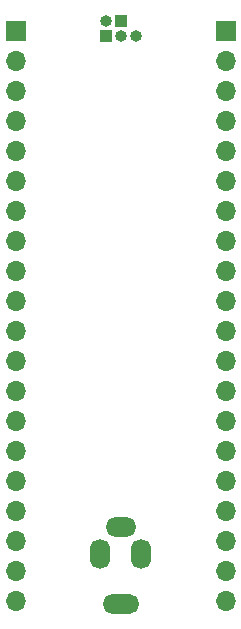
<source format=gbr>
%TF.GenerationSoftware,KiCad,Pcbnew,8.0.4-unknown-202407232306~396e531e7c~ubuntu22.04.1*%
%TF.CreationDate,2024-09-04T14:27:01+01:00*%
%TF.ProjectId,CONTROLLER_pico,434f4e54-524f-44c4-9c45-525f7069636f,rev?*%
%TF.SameCoordinates,Original*%
%TF.FileFunction,Soldermask,Top*%
%TF.FilePolarity,Negative*%
%FSLAX46Y46*%
G04 Gerber Fmt 4.6, Leading zero omitted, Abs format (unit mm)*
G04 Created by KiCad (PCBNEW 8.0.4-unknown-202407232306~396e531e7c~ubuntu22.04.1) date 2024-09-04 14:27:01*
%MOMM*%
%LPD*%
G01*
G04 APERTURE LIST*
G04 Aperture macros list*
%AMRoundRect*
0 Rectangle with rounded corners*
0 $1 Rounding radius*
0 $2 $3 $4 $5 $6 $7 $8 $9 X,Y pos of 4 corners*
0 Add a 4 corners polygon primitive as box body*
4,1,4,$2,$3,$4,$5,$6,$7,$8,$9,$2,$3,0*
0 Add four circle primitives for the rounded corners*
1,1,$1+$1,$2,$3*
1,1,$1+$1,$4,$5*
1,1,$1+$1,$6,$7*
1,1,$1+$1,$8,$9*
0 Add four rect primitives between the rounded corners*
20,1,$1+$1,$2,$3,$4,$5,0*
20,1,$1+$1,$4,$5,$6,$7,0*
20,1,$1+$1,$6,$7,$8,$9,0*
20,1,$1+$1,$8,$9,$2,$3,0*%
G04 Aperture macros list end*
%ADD10RoundRect,0.800000X0.050000X0.450000X-0.050000X0.450000X-0.050000X-0.450000X0.050000X-0.450000X0*%
%ADD11RoundRect,0.800000X-0.450000X0.050000X-0.450000X-0.050000X0.450000X-0.050000X0.450000X0.050000X0*%
%ADD12RoundRect,0.800000X-0.700000X0.050000X-0.700000X-0.050000X0.700000X-0.050000X0.700000X0.050000X0*%
%ADD13R,1.000000X1.000000*%
%ADD14O,1.000000X1.000000*%
%ADD15R,1.700000X1.700000*%
%ADD16O,1.700000X1.700000*%
G04 APERTURE END LIST*
D10*
%TO.C,J2*%
X98250000Y-106145000D03*
D11*
X100000000Y-103845000D03*
D10*
X101750000Y-106145000D03*
D12*
X100000000Y-110345000D03*
%TD*%
D13*
%TO.C,J3*%
X98729999Y-62270000D03*
D14*
X100000000Y-62270000D03*
X101269999Y-62270000D03*
%TD*%
D13*
%TO.C,J1*%
X100000000Y-61000000D03*
D14*
X98729999Y-61000000D03*
%TD*%
D15*
%TO.C,J5*%
X108890000Y-61870000D03*
D16*
X108890000Y-64410000D03*
X108890000Y-66950000D03*
X108890000Y-69490000D03*
X108890000Y-72030000D03*
X108890000Y-74570000D03*
X108890000Y-77110000D03*
X108890000Y-79650000D03*
X108890000Y-82190000D03*
X108890000Y-84730000D03*
X108890000Y-87270000D03*
X108890000Y-89810000D03*
X108890000Y-92350000D03*
X108890000Y-94890000D03*
X108890000Y-97430000D03*
X108890000Y-99970000D03*
X108890000Y-102510000D03*
X108890000Y-105050000D03*
X108890000Y-107590000D03*
X108890000Y-110130000D03*
%TD*%
D15*
%TO.C,J4*%
X91110000Y-61870000D03*
D16*
X91110000Y-64410000D03*
X91110000Y-66950000D03*
X91110000Y-69490000D03*
X91110000Y-72030000D03*
X91110000Y-74570000D03*
X91110000Y-77110000D03*
X91110000Y-79650000D03*
X91110000Y-82190000D03*
X91110000Y-84730000D03*
X91110000Y-87270000D03*
X91110000Y-89810000D03*
X91110000Y-92350000D03*
X91110000Y-94890000D03*
X91110000Y-97430000D03*
X91110000Y-99970000D03*
X91110000Y-102510000D03*
X91110000Y-105050000D03*
X91110000Y-107590000D03*
X91110000Y-110130000D03*
%TD*%
M02*

</source>
